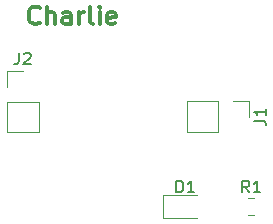
<source format=gbr>
%TF.GenerationSoftware,KiCad,Pcbnew,7.0.8*%
%TF.CreationDate,2024-04-30T13:20:46-05:00*%
%TF.ProjectId,me433_board,6d653433-335f-4626-9f61-72642e6b6963,rev?*%
%TF.SameCoordinates,Original*%
%TF.FileFunction,Legend,Top*%
%TF.FilePolarity,Positive*%
%FSLAX46Y46*%
G04 Gerber Fmt 4.6, Leading zero omitted, Abs format (unit mm)*
G04 Created by KiCad (PCBNEW 7.0.8) date 2024-04-30 13:20:46*
%MOMM*%
%LPD*%
G01*
G04 APERTURE LIST*
%ADD10C,0.300000*%
%ADD11C,0.150000*%
%ADD12C,0.120000*%
G04 APERTURE END LIST*
D10*
X148731653Y-73317971D02*
X148660225Y-73389400D01*
X148660225Y-73389400D02*
X148445939Y-73460828D01*
X148445939Y-73460828D02*
X148303082Y-73460828D01*
X148303082Y-73460828D02*
X148088796Y-73389400D01*
X148088796Y-73389400D02*
X147945939Y-73246542D01*
X147945939Y-73246542D02*
X147874510Y-73103685D01*
X147874510Y-73103685D02*
X147803082Y-72817971D01*
X147803082Y-72817971D02*
X147803082Y-72603685D01*
X147803082Y-72603685D02*
X147874510Y-72317971D01*
X147874510Y-72317971D02*
X147945939Y-72175114D01*
X147945939Y-72175114D02*
X148088796Y-72032257D01*
X148088796Y-72032257D02*
X148303082Y-71960828D01*
X148303082Y-71960828D02*
X148445939Y-71960828D01*
X148445939Y-71960828D02*
X148660225Y-72032257D01*
X148660225Y-72032257D02*
X148731653Y-72103685D01*
X149374510Y-73460828D02*
X149374510Y-71960828D01*
X150017368Y-73460828D02*
X150017368Y-72675114D01*
X150017368Y-72675114D02*
X149945939Y-72532257D01*
X149945939Y-72532257D02*
X149803082Y-72460828D01*
X149803082Y-72460828D02*
X149588796Y-72460828D01*
X149588796Y-72460828D02*
X149445939Y-72532257D01*
X149445939Y-72532257D02*
X149374510Y-72603685D01*
X151374511Y-73460828D02*
X151374511Y-72675114D01*
X151374511Y-72675114D02*
X151303082Y-72532257D01*
X151303082Y-72532257D02*
X151160225Y-72460828D01*
X151160225Y-72460828D02*
X150874511Y-72460828D01*
X150874511Y-72460828D02*
X150731653Y-72532257D01*
X151374511Y-73389400D02*
X151231653Y-73460828D01*
X151231653Y-73460828D02*
X150874511Y-73460828D01*
X150874511Y-73460828D02*
X150731653Y-73389400D01*
X150731653Y-73389400D02*
X150660225Y-73246542D01*
X150660225Y-73246542D02*
X150660225Y-73103685D01*
X150660225Y-73103685D02*
X150731653Y-72960828D01*
X150731653Y-72960828D02*
X150874511Y-72889400D01*
X150874511Y-72889400D02*
X151231653Y-72889400D01*
X151231653Y-72889400D02*
X151374511Y-72817971D01*
X152088796Y-73460828D02*
X152088796Y-72460828D01*
X152088796Y-72746542D02*
X152160225Y-72603685D01*
X152160225Y-72603685D02*
X152231654Y-72532257D01*
X152231654Y-72532257D02*
X152374511Y-72460828D01*
X152374511Y-72460828D02*
X152517368Y-72460828D01*
X153231653Y-73460828D02*
X153088796Y-73389400D01*
X153088796Y-73389400D02*
X153017367Y-73246542D01*
X153017367Y-73246542D02*
X153017367Y-71960828D01*
X153803081Y-73460828D02*
X153803081Y-72460828D01*
X153803081Y-71960828D02*
X153731653Y-72032257D01*
X153731653Y-72032257D02*
X153803081Y-72103685D01*
X153803081Y-72103685D02*
X153874510Y-72032257D01*
X153874510Y-72032257D02*
X153803081Y-71960828D01*
X153803081Y-71960828D02*
X153803081Y-72103685D01*
X155088796Y-73389400D02*
X154945939Y-73460828D01*
X154945939Y-73460828D02*
X154660225Y-73460828D01*
X154660225Y-73460828D02*
X154517367Y-73389400D01*
X154517367Y-73389400D02*
X154445939Y-73246542D01*
X154445939Y-73246542D02*
X154445939Y-72675114D01*
X154445939Y-72675114D02*
X154517367Y-72532257D01*
X154517367Y-72532257D02*
X154660225Y-72460828D01*
X154660225Y-72460828D02*
X154945939Y-72460828D01*
X154945939Y-72460828D02*
X155088796Y-72532257D01*
X155088796Y-72532257D02*
X155160225Y-72675114D01*
X155160225Y-72675114D02*
X155160225Y-72817971D01*
X155160225Y-72817971D02*
X154445939Y-72960828D01*
D11*
X146986666Y-75864819D02*
X146986666Y-76579104D01*
X146986666Y-76579104D02*
X146939047Y-76721961D01*
X146939047Y-76721961D02*
X146843809Y-76817200D01*
X146843809Y-76817200D02*
X146700952Y-76864819D01*
X146700952Y-76864819D02*
X146605714Y-76864819D01*
X147415238Y-75960057D02*
X147462857Y-75912438D01*
X147462857Y-75912438D02*
X147558095Y-75864819D01*
X147558095Y-75864819D02*
X147796190Y-75864819D01*
X147796190Y-75864819D02*
X147891428Y-75912438D01*
X147891428Y-75912438D02*
X147939047Y-75960057D01*
X147939047Y-75960057D02*
X147986666Y-76055295D01*
X147986666Y-76055295D02*
X147986666Y-76150533D01*
X147986666Y-76150533D02*
X147939047Y-76293390D01*
X147939047Y-76293390D02*
X147367619Y-76864819D01*
X147367619Y-76864819D02*
X147986666Y-76864819D01*
X166884819Y-81613333D02*
X167599104Y-81613333D01*
X167599104Y-81613333D02*
X167741961Y-81660952D01*
X167741961Y-81660952D02*
X167837200Y-81756190D01*
X167837200Y-81756190D02*
X167884819Y-81899047D01*
X167884819Y-81899047D02*
X167884819Y-81994285D01*
X167884819Y-80613333D02*
X167884819Y-81184761D01*
X167884819Y-80899047D02*
X166884819Y-80899047D01*
X166884819Y-80899047D02*
X167027676Y-80994285D01*
X167027676Y-80994285D02*
X167122914Y-81089523D01*
X167122914Y-81089523D02*
X167170533Y-81184761D01*
X166473333Y-87704819D02*
X166140000Y-87228628D01*
X165901905Y-87704819D02*
X165901905Y-86704819D01*
X165901905Y-86704819D02*
X166282857Y-86704819D01*
X166282857Y-86704819D02*
X166378095Y-86752438D01*
X166378095Y-86752438D02*
X166425714Y-86800057D01*
X166425714Y-86800057D02*
X166473333Y-86895295D01*
X166473333Y-86895295D02*
X166473333Y-87038152D01*
X166473333Y-87038152D02*
X166425714Y-87133390D01*
X166425714Y-87133390D02*
X166378095Y-87181009D01*
X166378095Y-87181009D02*
X166282857Y-87228628D01*
X166282857Y-87228628D02*
X165901905Y-87228628D01*
X167425714Y-87704819D02*
X166854286Y-87704819D01*
X167140000Y-87704819D02*
X167140000Y-86704819D01*
X167140000Y-86704819D02*
X167044762Y-86847676D01*
X167044762Y-86847676D02*
X166949524Y-86942914D01*
X166949524Y-86942914D02*
X166854286Y-86990533D01*
X160306905Y-87704819D02*
X160306905Y-86704819D01*
X160306905Y-86704819D02*
X160545000Y-86704819D01*
X160545000Y-86704819D02*
X160687857Y-86752438D01*
X160687857Y-86752438D02*
X160783095Y-86847676D01*
X160783095Y-86847676D02*
X160830714Y-86942914D01*
X160830714Y-86942914D02*
X160878333Y-87133390D01*
X160878333Y-87133390D02*
X160878333Y-87276247D01*
X160878333Y-87276247D02*
X160830714Y-87466723D01*
X160830714Y-87466723D02*
X160783095Y-87561961D01*
X160783095Y-87561961D02*
X160687857Y-87657200D01*
X160687857Y-87657200D02*
X160545000Y-87704819D01*
X160545000Y-87704819D02*
X160306905Y-87704819D01*
X161830714Y-87704819D02*
X161259286Y-87704819D01*
X161545000Y-87704819D02*
X161545000Y-86704819D01*
X161545000Y-86704819D02*
X161449762Y-86847676D01*
X161449762Y-86847676D02*
X161354524Y-86942914D01*
X161354524Y-86942914D02*
X161259286Y-86990533D01*
D12*
%TO.C,J2*%
X145990000Y-78740000D02*
X145990000Y-77410000D01*
X145990000Y-82610000D02*
X148650000Y-82610000D01*
X145990000Y-80010000D02*
X145990000Y-82610000D01*
X145990000Y-80010000D02*
X148650000Y-80010000D01*
X145990000Y-77410000D02*
X147320000Y-77410000D01*
X148650000Y-80010000D02*
X148650000Y-82610000D01*
%TO.C,J1*%
X165100000Y-79950000D02*
X166430000Y-79950000D01*
X161230000Y-79950000D02*
X161230000Y-82610000D01*
X163830000Y-79950000D02*
X161230000Y-79950000D01*
X163830000Y-79950000D02*
X163830000Y-82610000D01*
X166430000Y-79950000D02*
X166430000Y-81280000D01*
X163830000Y-82610000D02*
X161230000Y-82610000D01*
%TO.C,R1*%
X166412936Y-88165000D02*
X166867064Y-88165000D01*
X166412936Y-89635000D02*
X166867064Y-89635000D01*
%TO.C,D1*%
X159185000Y-89860000D02*
X162045000Y-89860000D01*
X162045000Y-87940000D02*
X159185000Y-87940000D01*
X159185000Y-87940000D02*
X159185000Y-89860000D01*
%TD*%
M02*

</source>
